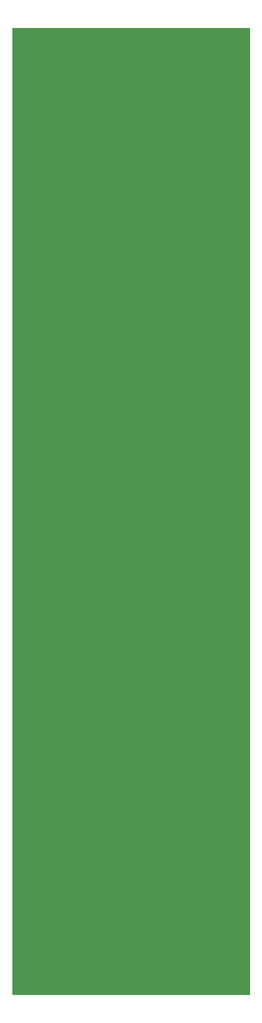
<source format=gtl>
%TF.GenerationSoftware,KiCad,Pcbnew,9.0.0*%
%TF.CreationDate,2025-03-16T11:37:03+01:00*%
%TF.ProjectId,DMH_Transistor_VCA_PANEL,444d485f-5472-4616-9e73-6973746f725f,rev?*%
%TF.SameCoordinates,Original*%
%TF.FileFunction,Copper,L1,Top*%
%TF.FilePolarity,Positive*%
%FSLAX46Y46*%
G04 Gerber Fmt 4.6, Leading zero omitted, Abs format (unit mm)*
G04 Created by KiCad (PCBNEW 9.0.0) date 2025-03-16 11:37:03*
%MOMM*%
%LPD*%
G01*
G04 APERTURE LIST*
%TA.AperFunction,ConnectorPad*%
%ADD10C,12.000000*%
%TD*%
%TA.AperFunction,ComponentPad*%
%ADD11C,0.500000*%
%TD*%
%TA.AperFunction,ComponentPad*%
%ADD12C,4.000000*%
%TD*%
%TA.AperFunction,ComponentPad*%
%ADD13O,2.500000X1.500000*%
%TD*%
G04 APERTURE END LIST*
D10*
%TO.P,H14,1,1*%
%TO.N,GND*%
X63000000Y-186000000D03*
%TD*%
%TO.P,H13,1,1*%
%TO.N,GND*%
X87000000Y-186000000D03*
%TD*%
%TO.P,H7,1,1*%
%TO.N,GND*%
X87000000Y-95250000D03*
%TD*%
%TO.P,H6,1,1*%
%TO.N,GND*%
X63000000Y-95250000D03*
%TD*%
D11*
%TO.P,H9,1,1*%
%TO.N,GND*%
X57300000Y-118000000D03*
X58960000Y-113970000D03*
X58970000Y-122040000D03*
X63000000Y-112300000D03*
D10*
X63000000Y-118000000D03*
D11*
X63000000Y-123700000D03*
X67030000Y-122040000D03*
X67040000Y-113970000D03*
X68700000Y-118000000D03*
%TD*%
D12*
%TO.P,H3,1,1*%
%TO.N,GND*%
X53500000Y-226500000D03*
%TD*%
D11*
%TO.P,H8,1,1*%
%TO.N,GND*%
X52800000Y-50750000D03*
X54460000Y-46720000D03*
X54470000Y-54790000D03*
X58500000Y-45050000D03*
D10*
X58500000Y-50750000D03*
D11*
X58500000Y-56450000D03*
X62530000Y-54790000D03*
X62540000Y-46720000D03*
X64200000Y-50750000D03*
%TD*%
%TO.P,H15,1,1*%
%TO.N,GND*%
X52800000Y-141500000D03*
X54460000Y-137470000D03*
X54470000Y-145540000D03*
X58500000Y-135800000D03*
D10*
X58500000Y-141500000D03*
D11*
X58500000Y-147200000D03*
X62530000Y-145540000D03*
X62540000Y-137470000D03*
X64200000Y-141500000D03*
%TD*%
%TO.P,H17,1,1*%
%TO.N,GND*%
X57300000Y-208750000D03*
X58960000Y-204720000D03*
X58970000Y-212790000D03*
X63000000Y-203050000D03*
D10*
X63000000Y-208750000D03*
D11*
X63000000Y-214450000D03*
X67030000Y-212790000D03*
X67040000Y-204720000D03*
X68700000Y-208750000D03*
%TD*%
%TO.P,H10,1,1*%
%TO.N,GND*%
X81300000Y-118000000D03*
X82960000Y-113970000D03*
X82970000Y-122040000D03*
X87000000Y-112300000D03*
D10*
X87000000Y-118000000D03*
D11*
X87000000Y-123700000D03*
X91030000Y-122040000D03*
X91040000Y-113970000D03*
X92700000Y-118000000D03*
%TD*%
D10*
%TO.P,H5,1,1*%
%TO.N,GND*%
X83000000Y-60000000D03*
D13*
X83000000Y-66000000D03*
%TD*%
D11*
%TO.P,H11,1,1*%
%TO.N,GND*%
X52800000Y-69250000D03*
X54460000Y-65220000D03*
X54470000Y-73290000D03*
X58500000Y-63550000D03*
D10*
X58500000Y-69250000D03*
D11*
X58500000Y-74950000D03*
X62530000Y-73290000D03*
X62540000Y-65220000D03*
X64200000Y-69250000D03*
%TD*%
D12*
%TO.P,H2,1,1*%
%TO.N,GND*%
X96500000Y-33500000D03*
%TD*%
%TO.P,H4,1,1*%
%TO.N,GND*%
X96500000Y-226500000D03*
%TD*%
D11*
%TO.P,H18,1,1*%
%TO.N,GND*%
X81300000Y-208750000D03*
X82960000Y-204720000D03*
X82970000Y-212790000D03*
X87000000Y-203050000D03*
D10*
X87000000Y-208750000D03*
D11*
X87000000Y-214450000D03*
X91030000Y-212790000D03*
X91040000Y-204720000D03*
X92700000Y-208750000D03*
%TD*%
D12*
%TO.P,H1,1,1*%
%TO.N,GND*%
X53500000Y-33500000D03*
%TD*%
D11*
%TO.P,H16,1,1*%
%TO.N,GND*%
X52800000Y-160000000D03*
X54460000Y-155970000D03*
X54470000Y-164040000D03*
X58500000Y-154300000D03*
D10*
X58500000Y-160000000D03*
D11*
X58500000Y-165700000D03*
X62530000Y-164040000D03*
X62540000Y-155970000D03*
X64200000Y-160000000D03*
%TD*%
D10*
%TO.P,H12,1,1*%
%TO.N,GND*%
X83000000Y-150750000D03*
D13*
X83000000Y-156750000D03*
%TD*%
%TA.AperFunction,Conductor*%
%TO.N,GND*%
G36*
X99442539Y-30520185D02*
G01*
X99488294Y-30572989D01*
X99499500Y-30624500D01*
X99499500Y-229375500D01*
X99479815Y-229442539D01*
X99427011Y-229488294D01*
X99375500Y-229499500D01*
X50624500Y-229499500D01*
X50557461Y-229479815D01*
X50511706Y-229427011D01*
X50500500Y-229375500D01*
X50500500Y-208537814D01*
X57599500Y-208537814D01*
X57599500Y-208558097D01*
X57599500Y-208962186D01*
X57632796Y-209385250D01*
X57699182Y-209804398D01*
X57798250Y-210217045D01*
X57798254Y-210217056D01*
X57929385Y-210620641D01*
X57996000Y-210781463D01*
X58091789Y-211012716D01*
X58284450Y-211390835D01*
X58284457Y-211390848D01*
X58284460Y-211390853D01*
X58307375Y-211428246D01*
X58506184Y-211752672D01*
X58506192Y-211752683D01*
X58506198Y-211752692D01*
X58755617Y-212095989D01*
X58755627Y-212096003D01*
X58878919Y-212240358D01*
X59031231Y-212418692D01*
X59331308Y-212718769D01*
X59331314Y-212718774D01*
X59653996Y-212994372D01*
X59654010Y-212994382D01*
X59861749Y-213145313D01*
X59997328Y-213243816D01*
X60125685Y-213322473D01*
X60359146Y-213465539D01*
X60359151Y-213465542D01*
X60359156Y-213465544D01*
X60359165Y-213465550D01*
X60737284Y-213658211D01*
X61129353Y-213820612D01*
X61129358Y-213820614D01*
X61231979Y-213853957D01*
X61532955Y-213951750D01*
X61945602Y-214050818D01*
X62364750Y-214117204D01*
X62787814Y-214150500D01*
X62787822Y-214150500D01*
X63212178Y-214150500D01*
X63212186Y-214150500D01*
X63635250Y-214117204D01*
X64054398Y-214050818D01*
X64467045Y-213951750D01*
X64870647Y-213820612D01*
X65262716Y-213658211D01*
X65640835Y-213465550D01*
X66002672Y-213243816D01*
X66345997Y-212994377D01*
X66668692Y-212718769D01*
X66968769Y-212418692D01*
X67244377Y-212095997D01*
X67493816Y-211752672D01*
X67715550Y-211390835D01*
X67908211Y-211012716D01*
X68070612Y-210620647D01*
X68201750Y-210217045D01*
X68300818Y-209804398D01*
X68367204Y-209385250D01*
X68400500Y-208962186D01*
X68400500Y-208537814D01*
X81599500Y-208537814D01*
X81599500Y-208558097D01*
X81599500Y-208962186D01*
X81632796Y-209385250D01*
X81699182Y-209804398D01*
X81798250Y-210217045D01*
X81798254Y-210217056D01*
X81929385Y-210620641D01*
X81996000Y-210781463D01*
X82091789Y-211012716D01*
X82284450Y-211390835D01*
X82284457Y-211390848D01*
X82284460Y-211390853D01*
X82307375Y-211428246D01*
X82506184Y-211752672D01*
X82506192Y-211752683D01*
X82506198Y-211752692D01*
X82755617Y-212095989D01*
X82755627Y-212096003D01*
X82878919Y-212240358D01*
X83031231Y-212418692D01*
X83331308Y-212718769D01*
X83331314Y-212718774D01*
X83653996Y-212994372D01*
X83654010Y-212994382D01*
X83861749Y-213145313D01*
X83997328Y-213243816D01*
X84125685Y-213322473D01*
X84359146Y-213465539D01*
X84359151Y-213465542D01*
X84359156Y-213465544D01*
X84359165Y-213465550D01*
X84737284Y-213658211D01*
X85129353Y-213820612D01*
X85129358Y-213820614D01*
X85231979Y-213853957D01*
X85532955Y-213951750D01*
X85945602Y-214050818D01*
X86364750Y-214117204D01*
X86787814Y-214150500D01*
X86787822Y-214150500D01*
X87212178Y-214150500D01*
X87212186Y-214150500D01*
X87635250Y-214117204D01*
X88054398Y-214050818D01*
X88467045Y-213951750D01*
X88870647Y-213820612D01*
X89262716Y-213658211D01*
X89640835Y-213465550D01*
X90002672Y-213243816D01*
X90345997Y-212994377D01*
X90668692Y-212718769D01*
X90968769Y-212418692D01*
X91244377Y-212095997D01*
X91493816Y-211752672D01*
X91715550Y-211390835D01*
X91908211Y-211012716D01*
X92070612Y-210620647D01*
X92201750Y-210217045D01*
X92300818Y-209804398D01*
X92367204Y-209385250D01*
X92400500Y-208962186D01*
X92400500Y-208537814D01*
X92367204Y-208114750D01*
X92300818Y-207695602D01*
X92201750Y-207282955D01*
X92070612Y-206879353D01*
X91908211Y-206487284D01*
X91715550Y-206109165D01*
X91715544Y-206109156D01*
X91715542Y-206109151D01*
X91715539Y-206109146D01*
X91493823Y-205747340D01*
X91493816Y-205747328D01*
X91244377Y-205404003D01*
X91244372Y-205403996D01*
X90968774Y-205081314D01*
X90968769Y-205081308D01*
X90668692Y-204781231D01*
X90668685Y-204781225D01*
X90346003Y-204505627D01*
X90345989Y-204505617D01*
X90002692Y-204256198D01*
X90002683Y-204256192D01*
X90002672Y-204256184D01*
X90002659Y-204256176D01*
X89640853Y-204034460D01*
X89640848Y-204034457D01*
X89640838Y-204034452D01*
X89640835Y-204034450D01*
X89262716Y-203841789D01*
X89262702Y-203841783D01*
X88870641Y-203679385D01*
X88583478Y-203586081D01*
X88467045Y-203548250D01*
X88054398Y-203449182D01*
X87635250Y-203382796D01*
X87212191Y-203349500D01*
X87212186Y-203349500D01*
X86787814Y-203349500D01*
X86787808Y-203349500D01*
X86364749Y-203382796D01*
X86364748Y-203382796D01*
X85945607Y-203449181D01*
X85945604Y-203449181D01*
X85945602Y-203449182D01*
X85797817Y-203484661D01*
X85532966Y-203548247D01*
X85532960Y-203548248D01*
X85532955Y-203548250D01*
X85532943Y-203548254D01*
X85129358Y-203679385D01*
X84737297Y-203841783D01*
X84737284Y-203841789D01*
X84359151Y-204034457D01*
X84359146Y-204034460D01*
X83997340Y-204256176D01*
X83997307Y-204256198D01*
X83654010Y-204505617D01*
X83653996Y-204505627D01*
X83331314Y-204781225D01*
X83331300Y-204781238D01*
X83031238Y-205081300D01*
X83031225Y-205081314D01*
X82755627Y-205403996D01*
X82755617Y-205404010D01*
X82506198Y-205747307D01*
X82506176Y-205747340D01*
X82284460Y-206109146D01*
X82284457Y-206109151D01*
X82091789Y-206487284D01*
X82091783Y-206487297D01*
X81929385Y-206879358D01*
X81798254Y-207282943D01*
X81798247Y-207282966D01*
X81699181Y-207695607D01*
X81683000Y-207797774D01*
X81632796Y-208114750D01*
X81599500Y-208537814D01*
X68400500Y-208537814D01*
X68367204Y-208114750D01*
X68300818Y-207695602D01*
X68201750Y-207282955D01*
X68070612Y-206879353D01*
X67908211Y-206487284D01*
X67715550Y-206109165D01*
X67715544Y-206109156D01*
X67715542Y-206109151D01*
X67715539Y-206109146D01*
X67493823Y-205747340D01*
X67493816Y-205747328D01*
X67244377Y-205404003D01*
X67244372Y-205403996D01*
X66968774Y-205081314D01*
X66968769Y-205081308D01*
X66668692Y-204781231D01*
X66668685Y-204781225D01*
X66346003Y-204505627D01*
X66345989Y-204505617D01*
X66002692Y-204256198D01*
X66002683Y-204256192D01*
X66002672Y-204256184D01*
X66002659Y-204256176D01*
X65640853Y-204034460D01*
X65640848Y-204034457D01*
X65640838Y-204034452D01*
X65640835Y-204034450D01*
X65262716Y-203841789D01*
X65262702Y-203841783D01*
X64870641Y-203679385D01*
X64583478Y-203586081D01*
X64467045Y-203548250D01*
X64054398Y-203449182D01*
X63635250Y-203382796D01*
X63212191Y-203349500D01*
X63212186Y-203349500D01*
X62787814Y-203349500D01*
X62787808Y-203349500D01*
X62364749Y-203382796D01*
X62364748Y-203382796D01*
X61945607Y-203449181D01*
X61945604Y-203449181D01*
X61945602Y-203449182D01*
X61797817Y-203484661D01*
X61532966Y-203548247D01*
X61532960Y-203548248D01*
X61532955Y-203548250D01*
X61532943Y-203548254D01*
X61129358Y-203679385D01*
X60737297Y-203841783D01*
X60737284Y-203841789D01*
X60359151Y-204034457D01*
X60359146Y-204034460D01*
X59997340Y-204256176D01*
X59997307Y-204256198D01*
X59654010Y-204505617D01*
X59653996Y-204505627D01*
X59331314Y-204781225D01*
X59331300Y-204781238D01*
X59031238Y-205081300D01*
X59031225Y-205081314D01*
X58755627Y-205403996D01*
X58755617Y-205404010D01*
X58506198Y-205747307D01*
X58506176Y-205747340D01*
X58284460Y-206109146D01*
X58284457Y-206109151D01*
X58091789Y-206487284D01*
X58091783Y-206487297D01*
X57929385Y-206879358D01*
X57798254Y-207282943D01*
X57798247Y-207282966D01*
X57699181Y-207695607D01*
X57683000Y-207797774D01*
X57632796Y-208114750D01*
X57599500Y-208537814D01*
X50500500Y-208537814D01*
X50500500Y-185781669D01*
X57999500Y-185781669D01*
X57999500Y-186218330D01*
X58037557Y-186653320D01*
X58037557Y-186653324D01*
X58113379Y-187083327D01*
X58113383Y-187083344D01*
X58226392Y-187505105D01*
X58375740Y-187915434D01*
X58375746Y-187915449D01*
X58560272Y-188311164D01*
X58560277Y-188311174D01*
X58778603Y-188689326D01*
X58778607Y-188689332D01*
X58778614Y-188689343D01*
X59029057Y-189047013D01*
X59231930Y-189288787D01*
X59309732Y-189381507D01*
X59618493Y-189690268D01*
X59708395Y-189765705D01*
X59952986Y-189970942D01*
X60310656Y-190221385D01*
X60310663Y-190221389D01*
X60310674Y-190221397D01*
X60688826Y-190439723D01*
X60688835Y-190439727D01*
X61084550Y-190624253D01*
X61084555Y-190624255D01*
X61084568Y-190624261D01*
X61494888Y-190773605D01*
X61494889Y-190773605D01*
X61494894Y-190773607D01*
X61627398Y-190809110D01*
X61916663Y-190886619D01*
X62346682Y-190962443D01*
X62781671Y-191000499D01*
X62781672Y-191000500D01*
X62781673Y-191000500D01*
X63218328Y-191000500D01*
X63218328Y-191000499D01*
X63653318Y-190962443D01*
X64083337Y-190886619D01*
X64505112Y-190773605D01*
X64915432Y-190624261D01*
X65311174Y-190439723D01*
X65689326Y-190221397D01*
X66047012Y-189970943D01*
X66381507Y-189690268D01*
X66690268Y-189381507D01*
X66970943Y-189047012D01*
X67221397Y-188689326D01*
X67439723Y-188311174D01*
X67624261Y-187915432D01*
X67773605Y-187505112D01*
X67886619Y-187083337D01*
X67962443Y-186653318D01*
X68000500Y-186218327D01*
X68000500Y-185781673D01*
X68000500Y-185781669D01*
X81999500Y-185781669D01*
X81999500Y-186218330D01*
X82037557Y-186653320D01*
X82037557Y-186653324D01*
X82113379Y-187083327D01*
X82113383Y-187083344D01*
X82226392Y-187505105D01*
X82375740Y-187915434D01*
X82375746Y-187915449D01*
X82560272Y-188311164D01*
X82560277Y-188311174D01*
X82778603Y-188689326D01*
X82778607Y-188689332D01*
X82778614Y-188689343D01*
X83029057Y-189047013D01*
X83231930Y-189288787D01*
X83309732Y-189381507D01*
X83618493Y-189690268D01*
X83708395Y-189765705D01*
X83952986Y-189970942D01*
X84310656Y-190221385D01*
X84310663Y-190221389D01*
X84310674Y-190221397D01*
X84688826Y-190439723D01*
X84688835Y-190439727D01*
X85084550Y-190624253D01*
X85084555Y-190624255D01*
X85084568Y-190624261D01*
X85494888Y-190773605D01*
X85494889Y-190773605D01*
X85494894Y-190773607D01*
X85627398Y-190809110D01*
X85916663Y-190886619D01*
X86346682Y-190962443D01*
X86781671Y-191000499D01*
X86781672Y-191000500D01*
X86781673Y-191000500D01*
X87218328Y-191000500D01*
X87218328Y-191000499D01*
X87653318Y-190962443D01*
X88083337Y-190886619D01*
X88505112Y-190773605D01*
X88915432Y-190624261D01*
X89311174Y-190439723D01*
X89689326Y-190221397D01*
X90047012Y-189970943D01*
X90381507Y-189690268D01*
X90690268Y-189381507D01*
X90970943Y-189047012D01*
X91221397Y-188689326D01*
X91439723Y-188311174D01*
X91624261Y-187915432D01*
X91773605Y-187505112D01*
X91886619Y-187083337D01*
X91962443Y-186653318D01*
X92000500Y-186218327D01*
X92000500Y-185781673D01*
X91962443Y-185346682D01*
X91886619Y-184916663D01*
X91773605Y-184494888D01*
X91624261Y-184084568D01*
X91439723Y-183688826D01*
X91221397Y-183310674D01*
X91221389Y-183310663D01*
X91221385Y-183310656D01*
X90970942Y-182952986D01*
X90690265Y-182618490D01*
X90381509Y-182309734D01*
X90047013Y-182029057D01*
X89689343Y-181778614D01*
X89689332Y-181778607D01*
X89689326Y-181778603D01*
X89576978Y-181713739D01*
X89311180Y-181560280D01*
X89311164Y-181560272D01*
X88915449Y-181375746D01*
X88915434Y-181375740D01*
X88915432Y-181375739D01*
X88761301Y-181319640D01*
X88505105Y-181226392D01*
X88083344Y-181113383D01*
X88083347Y-181113383D01*
X88083337Y-181113381D01*
X88083331Y-181113379D01*
X88083327Y-181113379D01*
X87653322Y-181037557D01*
X87218330Y-180999500D01*
X87218327Y-180999500D01*
X86781673Y-180999500D01*
X86781669Y-180999500D01*
X86346679Y-181037557D01*
X86346675Y-181037557D01*
X85916672Y-181113379D01*
X85916655Y-181113383D01*
X85494894Y-181226392D01*
X85084565Y-181375740D01*
X85084550Y-181375746D01*
X84688835Y-181560272D01*
X84688819Y-181560280D01*
X84310682Y-181778598D01*
X84310656Y-181778614D01*
X83952986Y-182029057D01*
X83618490Y-182309734D01*
X83309734Y-182618490D01*
X83029057Y-182952986D01*
X82778614Y-183310656D01*
X82778598Y-183310682D01*
X82560280Y-183688819D01*
X82560272Y-183688835D01*
X82375746Y-184084550D01*
X82375740Y-184084565D01*
X82226392Y-184494894D01*
X82113383Y-184916655D01*
X82113379Y-184916672D01*
X82037557Y-185346675D01*
X82037557Y-185346679D01*
X81999500Y-185781669D01*
X68000500Y-185781669D01*
X67962443Y-185346682D01*
X67886619Y-184916663D01*
X67773605Y-184494888D01*
X67624261Y-184084568D01*
X67439723Y-183688826D01*
X67221397Y-183310674D01*
X67221389Y-183310663D01*
X67221385Y-183310656D01*
X66970942Y-182952986D01*
X66690265Y-182618490D01*
X66381509Y-182309734D01*
X66047013Y-182029057D01*
X65689343Y-181778614D01*
X65689332Y-181778607D01*
X65689326Y-181778603D01*
X65576978Y-181713739D01*
X65311180Y-181560280D01*
X65311164Y-181560272D01*
X64915449Y-181375746D01*
X64915434Y-181375740D01*
X64915432Y-181375739D01*
X64761301Y-181319640D01*
X64505105Y-181226392D01*
X64083344Y-181113383D01*
X64083347Y-181113383D01*
X64083337Y-181113381D01*
X64083331Y-181113379D01*
X64083327Y-181113379D01*
X63653322Y-181037557D01*
X63218330Y-180999500D01*
X63218327Y-180999500D01*
X62781673Y-180999500D01*
X62781669Y-180999500D01*
X62346679Y-181037557D01*
X62346675Y-181037557D01*
X61916672Y-181113379D01*
X61916655Y-181113383D01*
X61494894Y-181226392D01*
X61084565Y-181375740D01*
X61084550Y-181375746D01*
X60688835Y-181560272D01*
X60688819Y-181560280D01*
X60310682Y-181778598D01*
X60310656Y-181778614D01*
X59952986Y-182029057D01*
X59618490Y-182309734D01*
X59309734Y-182618490D01*
X59029057Y-182952986D01*
X58778614Y-183310656D01*
X58778598Y-183310682D01*
X58560280Y-183688819D01*
X58560272Y-183688835D01*
X58375746Y-184084550D01*
X58375740Y-184084565D01*
X58226392Y-184494894D01*
X58113383Y-184916655D01*
X58113379Y-184916672D01*
X58037557Y-185346675D01*
X58037557Y-185346679D01*
X57999500Y-185781669D01*
X50500500Y-185781669D01*
X50500500Y-159787814D01*
X53099500Y-159787814D01*
X53099500Y-159808097D01*
X53099500Y-160212186D01*
X53132796Y-160635250D01*
X53199182Y-161054398D01*
X53298250Y-161467045D01*
X53298254Y-161467056D01*
X53429385Y-161870641D01*
X53496000Y-162031463D01*
X53591789Y-162262716D01*
X53784450Y-162640835D01*
X53784457Y-162640848D01*
X53784460Y-162640853D01*
X53807375Y-162678246D01*
X54006184Y-163002672D01*
X54006192Y-163002683D01*
X54006198Y-163002692D01*
X54255617Y-163345989D01*
X54255627Y-163346003D01*
X54378919Y-163490358D01*
X54531231Y-163668692D01*
X54831308Y-163968769D01*
X54831314Y-163968774D01*
X55153996Y-164244372D01*
X55154010Y-164244382D01*
X55361749Y-164395313D01*
X55497328Y-164493816D01*
X55625685Y-164572473D01*
X55859146Y-164715539D01*
X55859151Y-164715542D01*
X55859156Y-164715544D01*
X55859165Y-164715550D01*
X56237284Y-164908211D01*
X56629353Y-165070612D01*
X56629358Y-165070614D01*
X56731979Y-165103957D01*
X57032955Y-165201750D01*
X57445602Y-165300818D01*
X57864750Y-165367204D01*
X58287814Y-165400500D01*
X58287822Y-165400500D01*
X58712178Y-165400500D01*
X58712186Y-165400500D01*
X59135250Y-165367204D01*
X59554398Y-165300818D01*
X59967045Y-165201750D01*
X60370647Y-165070612D01*
X60762716Y-164908211D01*
X61140835Y-164715550D01*
X61502672Y-164493816D01*
X61845997Y-164244377D01*
X62168692Y-163968769D01*
X62468769Y-163668692D01*
X62744377Y-163345997D01*
X62993816Y-163002672D01*
X63215550Y-162640835D01*
X63408211Y-162262716D01*
X63570612Y-161870647D01*
X63701750Y-161467045D01*
X63800818Y-161054398D01*
X63867204Y-160635250D01*
X63900500Y-160212186D01*
X63900500Y-159787814D01*
X63867204Y-159364750D01*
X63800818Y-158945602D01*
X63701750Y-158532955D01*
X63570612Y-158129353D01*
X63408211Y-157737284D01*
X63215550Y-157359165D01*
X63215544Y-157359156D01*
X63215542Y-157359151D01*
X63215539Y-157359146D01*
X62993823Y-156997340D01*
X62993816Y-156997328D01*
X62744377Y-156654003D01*
X62744372Y-156653996D01*
X62468774Y-156331314D01*
X62468769Y-156331308D01*
X62168692Y-156031231D01*
X62168685Y-156031225D01*
X61846003Y-155755627D01*
X61845989Y-155755617D01*
X61502692Y-155506198D01*
X61502683Y-155506192D01*
X61502672Y-155506184D01*
X61502659Y-155506176D01*
X61140853Y-155284460D01*
X61140848Y-155284457D01*
X61140838Y-155284452D01*
X61140835Y-155284450D01*
X60762716Y-155091789D01*
X60762702Y-155091783D01*
X60370641Y-154929385D01*
X60083478Y-154836081D01*
X59967045Y-154798250D01*
X59554398Y-154699182D01*
X59135250Y-154632796D01*
X58712191Y-154599500D01*
X58712186Y-154599500D01*
X58287814Y-154599500D01*
X58287808Y-154599500D01*
X57864749Y-154632796D01*
X57864748Y-154632796D01*
X57445607Y-154699181D01*
X57445604Y-154699181D01*
X57445602Y-154699182D01*
X57392324Y-154711973D01*
X57032966Y-154798247D01*
X57032960Y-154798248D01*
X57032955Y-154798250D01*
X57032943Y-154798254D01*
X56629358Y-154929385D01*
X56237297Y-155091783D01*
X56237284Y-155091789D01*
X55859151Y-155284457D01*
X55859146Y-155284460D01*
X55497340Y-155506176D01*
X55497307Y-155506198D01*
X55154010Y-155755617D01*
X55153996Y-155755627D01*
X54831314Y-156031225D01*
X54831300Y-156031238D01*
X54531238Y-156331300D01*
X54531225Y-156331314D01*
X54255627Y-156653996D01*
X54255617Y-156654010D01*
X54006198Y-156997307D01*
X54006176Y-156997340D01*
X53784460Y-157359146D01*
X53784457Y-157359151D01*
X53591789Y-157737284D01*
X53591783Y-157737297D01*
X53429385Y-158129358D01*
X53298254Y-158532943D01*
X53298247Y-158532966D01*
X53199181Y-158945607D01*
X53183000Y-159047774D01*
X53132796Y-159364750D01*
X53099500Y-159787814D01*
X50500500Y-159787814D01*
X50500500Y-150553471D01*
X78999500Y-150553471D01*
X78999500Y-150946528D01*
X79038026Y-151337702D01*
X79114704Y-151723194D01*
X79114707Y-151723205D01*
X79228810Y-152099354D01*
X79379230Y-152462499D01*
X79379232Y-152462504D01*
X79564511Y-152809137D01*
X79564522Y-152809155D01*
X79782887Y-153135960D01*
X79782897Y-153135974D01*
X80032254Y-153439817D01*
X80310182Y-153717745D01*
X80310187Y-153717749D01*
X80310188Y-153717750D01*
X80614031Y-153967107D01*
X80940851Y-154185482D01*
X80940860Y-154185487D01*
X80940862Y-154185488D01*
X81287495Y-154370767D01*
X81287497Y-154370767D01*
X81287503Y-154370771D01*
X81650647Y-154521190D01*
X82026785Y-154635290D01*
X82026791Y-154635291D01*
X82026794Y-154635292D01*
X82026805Y-154635295D01*
X82412297Y-154711973D01*
X82803468Y-154750500D01*
X82803471Y-154750500D01*
X83196529Y-154750500D01*
X83196532Y-154750500D01*
X83587703Y-154711973D01*
X83662748Y-154697045D01*
X83973194Y-154635295D01*
X83973205Y-154635292D01*
X83973205Y-154635291D01*
X83973215Y-154635290D01*
X84349353Y-154521190D01*
X84712497Y-154370771D01*
X85059149Y-154185482D01*
X85385969Y-153967107D01*
X85689812Y-153717750D01*
X85967750Y-153439812D01*
X86217107Y-153135969D01*
X86435482Y-152809149D01*
X86620771Y-152462497D01*
X86771190Y-152099353D01*
X86885290Y-151723215D01*
X86885292Y-151723205D01*
X86885295Y-151723194D01*
X86961973Y-151337702D01*
X87000500Y-150946528D01*
X87000500Y-150553471D01*
X86961973Y-150162297D01*
X86885295Y-149776805D01*
X86885292Y-149776794D01*
X86885291Y-149776791D01*
X86885290Y-149776785D01*
X86771190Y-149400647D01*
X86620771Y-149037503D01*
X86608355Y-149014275D01*
X86435488Y-148690862D01*
X86435487Y-148690860D01*
X86435482Y-148690851D01*
X86217107Y-148364031D01*
X85967750Y-148060188D01*
X85967749Y-148060187D01*
X85967745Y-148060182D01*
X85689817Y-147782254D01*
X85385974Y-147532897D01*
X85385973Y-147532896D01*
X85385969Y-147532893D01*
X85059149Y-147314518D01*
X85059144Y-147314515D01*
X85059137Y-147314511D01*
X84712504Y-147129232D01*
X84712499Y-147129230D01*
X84349354Y-146978810D01*
X83973205Y-146864707D01*
X83973194Y-146864704D01*
X83587702Y-146788026D01*
X83293089Y-146759010D01*
X83196532Y-146749500D01*
X82803468Y-146749500D01*
X82714251Y-146758287D01*
X82412297Y-146788026D01*
X82026805Y-146864704D01*
X82026794Y-146864707D01*
X81650645Y-146978810D01*
X81287500Y-147129230D01*
X81287495Y-147129232D01*
X80940862Y-147314511D01*
X80940844Y-147314522D01*
X80614039Y-147532887D01*
X80614025Y-147532897D01*
X80310182Y-147782254D01*
X80032254Y-148060182D01*
X79782897Y-148364025D01*
X79782887Y-148364039D01*
X79564522Y-148690844D01*
X79564511Y-148690862D01*
X79379232Y-149037495D01*
X79379230Y-149037500D01*
X79228810Y-149400645D01*
X79114707Y-149776794D01*
X79114704Y-149776805D01*
X79038026Y-150162297D01*
X78999500Y-150553471D01*
X50500500Y-150553471D01*
X50500500Y-141287814D01*
X53099500Y-141287814D01*
X53099500Y-141308097D01*
X53099500Y-141712186D01*
X53132796Y-142135250D01*
X53199182Y-142554398D01*
X53298250Y-142967045D01*
X53298254Y-142967056D01*
X53429385Y-143370641D01*
X53496000Y-143531463D01*
X53591789Y-143762716D01*
X53784450Y-144140835D01*
X53784457Y-144140848D01*
X53784460Y-144140853D01*
X53807375Y-144178246D01*
X54006184Y-144502672D01*
X54006192Y-144502683D01*
X54006198Y-144502692D01*
X54255617Y-144845989D01*
X54255627Y-144846003D01*
X54378919Y-144990358D01*
X54531231Y-145168692D01*
X54831308Y-145468769D01*
X54831314Y-145468774D01*
X55153996Y-145744372D01*
X55154010Y-145744382D01*
X55361749Y-145895313D01*
X55497328Y-145993816D01*
X55625685Y-146072473D01*
X55859146Y-146215539D01*
X55859151Y-146215542D01*
X55859156Y-146215544D01*
X55859165Y-146215550D01*
X56237284Y-146408211D01*
X56629353Y-146570612D01*
X56629358Y-146570614D01*
X56731979Y-146603957D01*
X57032955Y-146701750D01*
X57445602Y-146800818D01*
X57864750Y-146867204D01*
X58287814Y-146900500D01*
X58287822Y-146900500D01*
X58712178Y-146900500D01*
X58712186Y-146900500D01*
X59135250Y-146867204D01*
X59554398Y-146800818D01*
X59967045Y-146701750D01*
X60370647Y-146570612D01*
X60762716Y-146408211D01*
X61140835Y-146215550D01*
X61502672Y-145993816D01*
X61845997Y-145744377D01*
X62168692Y-145468769D01*
X62468769Y-145168692D01*
X62744377Y-144845997D01*
X62993816Y-144502672D01*
X63215550Y-144140835D01*
X63408211Y-143762716D01*
X63570612Y-143370647D01*
X63701750Y-142967045D01*
X63800818Y-142554398D01*
X63867204Y-142135250D01*
X63900500Y-141712186D01*
X63900500Y-141287814D01*
X63867204Y-140864750D01*
X63800818Y-140445602D01*
X63701750Y-140032955D01*
X63570612Y-139629353D01*
X63408211Y-139237284D01*
X63215550Y-138859165D01*
X63215544Y-138859156D01*
X63215542Y-138859151D01*
X63215539Y-138859146D01*
X62993823Y-138497340D01*
X62993816Y-138497328D01*
X62744377Y-138154003D01*
X62744372Y-138153996D01*
X62468774Y-137831314D01*
X62468769Y-137831308D01*
X62168692Y-137531231D01*
X62168685Y-137531225D01*
X61846003Y-137255627D01*
X61845989Y-137255617D01*
X61502692Y-137006198D01*
X61502683Y-137006192D01*
X61502672Y-137006184D01*
X61502659Y-137006176D01*
X61140853Y-136784460D01*
X61140848Y-136784457D01*
X61140838Y-136784452D01*
X61140835Y-136784450D01*
X60762716Y-136591789D01*
X60762702Y-136591783D01*
X60370641Y-136429385D01*
X60083478Y-136336081D01*
X59967045Y-136298250D01*
X59554398Y-136199182D01*
X59135250Y-136132796D01*
X58712191Y-136099500D01*
X58712186Y-136099500D01*
X58287814Y-136099500D01*
X58287808Y-136099500D01*
X57864749Y-136132796D01*
X57864748Y-136132796D01*
X57445607Y-136199181D01*
X57445604Y-136199181D01*
X57445602Y-136199182D01*
X57297817Y-136234661D01*
X57032966Y-136298247D01*
X57032960Y-136298248D01*
X57032955Y-136298250D01*
X57032943Y-136298254D01*
X56629358Y-136429385D01*
X56237297Y-136591783D01*
X56237284Y-136591789D01*
X55859151Y-136784457D01*
X55859146Y-136784460D01*
X55497340Y-137006176D01*
X55497307Y-137006198D01*
X55154010Y-137255617D01*
X55153996Y-137255627D01*
X54831314Y-137531225D01*
X54831300Y-137531238D01*
X54531238Y-137831300D01*
X54531225Y-137831314D01*
X54255627Y-138153996D01*
X54255617Y-138154010D01*
X54006198Y-138497307D01*
X54006176Y-138497340D01*
X53784460Y-138859146D01*
X53784457Y-138859151D01*
X53591789Y-139237284D01*
X53591783Y-139237297D01*
X53429385Y-139629358D01*
X53298254Y-140032943D01*
X53298247Y-140032966D01*
X53199181Y-140445607D01*
X53183000Y-140547774D01*
X53132796Y-140864750D01*
X53099500Y-141287814D01*
X50500500Y-141287814D01*
X50500500Y-117787814D01*
X57599500Y-117787814D01*
X57599500Y-117808097D01*
X57599500Y-118212186D01*
X57632796Y-118635250D01*
X57699182Y-119054398D01*
X57798250Y-119467045D01*
X57798254Y-119467056D01*
X57929385Y-119870641D01*
X57996000Y-120031463D01*
X58091789Y-120262716D01*
X58284450Y-120640835D01*
X58284457Y-120640848D01*
X58284460Y-120640853D01*
X58307375Y-120678246D01*
X58506184Y-121002672D01*
X58506192Y-121002683D01*
X58506198Y-121002692D01*
X58755617Y-121345989D01*
X58755627Y-121346003D01*
X58878919Y-121490358D01*
X59031231Y-121668692D01*
X59331308Y-121968769D01*
X59331314Y-121968774D01*
X59653996Y-122244372D01*
X59654010Y-122244382D01*
X59861749Y-122395313D01*
X59997328Y-122493816D01*
X60125685Y-122572473D01*
X60359146Y-122715539D01*
X60359151Y-122715542D01*
X60359156Y-122715544D01*
X60359165Y-122715550D01*
X60737284Y-122908211D01*
X61129353Y-123070612D01*
X61129358Y-123070614D01*
X61231979Y-123103957D01*
X61532955Y-123201750D01*
X61945602Y-123300818D01*
X62364750Y-123367204D01*
X62787814Y-123400500D01*
X62787822Y-123400500D01*
X63212178Y-123400500D01*
X63212186Y-123400500D01*
X63635250Y-123367204D01*
X64054398Y-123300818D01*
X64467045Y-123201750D01*
X64870647Y-123070612D01*
X65262716Y-122908211D01*
X65640835Y-122715550D01*
X66002672Y-122493816D01*
X66345997Y-122244377D01*
X66668692Y-121968769D01*
X66968769Y-121668692D01*
X67244377Y-121345997D01*
X67493816Y-121002672D01*
X67715550Y-120640835D01*
X67908211Y-120262716D01*
X68070612Y-119870647D01*
X68201750Y-119467045D01*
X68300818Y-119054398D01*
X68367204Y-118635250D01*
X68400500Y-118212186D01*
X68400500Y-117787814D01*
X81599500Y-117787814D01*
X81599500Y-117808097D01*
X81599500Y-118212186D01*
X81632796Y-118635250D01*
X81699182Y-119054398D01*
X81798250Y-119467045D01*
X81798254Y-119467056D01*
X81929385Y-119870641D01*
X81996000Y-120031463D01*
X82091789Y-120262716D01*
X82284450Y-120640835D01*
X82284457Y-120640848D01*
X82284460Y-120640853D01*
X82307375Y-120678246D01*
X82506184Y-121002672D01*
X82506192Y-121002683D01*
X82506198Y-121002692D01*
X82755617Y-121345989D01*
X82755627Y-121346003D01*
X82878919Y-121490358D01*
X83031231Y-121668692D01*
X83331308Y-121968769D01*
X83331314Y-121968774D01*
X83653996Y-122244372D01*
X83654010Y-122244382D01*
X83861749Y-122395313D01*
X83997328Y-122493816D01*
X84125685Y-122572473D01*
X84359146Y-122715539D01*
X84359151Y-122715542D01*
X84359156Y-122715544D01*
X84359165Y-122715550D01*
X84737284Y-122908211D01*
X85129353Y-123070612D01*
X85129358Y-123070614D01*
X85231979Y-123103957D01*
X85532955Y-123201750D01*
X85945602Y-123300818D01*
X86364750Y-123367204D01*
X86787814Y-123400500D01*
X86787822Y-123400500D01*
X87212178Y-123400500D01*
X87212186Y-123400500D01*
X87635250Y-123367204D01*
X88054398Y-123300818D01*
X88467045Y-123201750D01*
X88870647Y-123070612D01*
X89262716Y-122908211D01*
X89640835Y-122715550D01*
X90002672Y-122493816D01*
X90345997Y-122244377D01*
X90668692Y-121968769D01*
X90968769Y-121668692D01*
X91244377Y-121345997D01*
X91493816Y-121002672D01*
X91715550Y-120640835D01*
X91908211Y-120262716D01*
X92070612Y-119870647D01*
X92201750Y-119467045D01*
X92300818Y-119054398D01*
X92367204Y-118635250D01*
X92400500Y-118212186D01*
X92400500Y-117787814D01*
X92367204Y-117364750D01*
X92300818Y-116945602D01*
X92201750Y-116532955D01*
X92070612Y-116129353D01*
X91908211Y-115737284D01*
X91715550Y-115359165D01*
X91715544Y-115359156D01*
X91715542Y-115359151D01*
X91715539Y-115359146D01*
X91493823Y-114997340D01*
X91493816Y-114997328D01*
X91244377Y-114654003D01*
X91244372Y-114653996D01*
X90968774Y-114331314D01*
X90968769Y-114331308D01*
X90668692Y-114031231D01*
X90668685Y-114031225D01*
X90346003Y-113755627D01*
X90345989Y-113755617D01*
X90002692Y-113506198D01*
X90002683Y-113506192D01*
X90002672Y-113506184D01*
X90002659Y-113506176D01*
X89640853Y-113284460D01*
X89640848Y-113284457D01*
X89640838Y-113284452D01*
X89640835Y-113284450D01*
X89262716Y-113091789D01*
X89262702Y-113091783D01*
X88870641Y-112929385D01*
X88583478Y-112836081D01*
X88467045Y-112798250D01*
X88054398Y-112699182D01*
X87635250Y-112632796D01*
X87212191Y-112599500D01*
X87212186Y-112599500D01*
X86787814Y-112599500D01*
X86787808Y-112599500D01*
X86364749Y-112632796D01*
X86364748Y-112632796D01*
X85945607Y-112699181D01*
X85945604Y-112699181D01*
X85945602Y-112699182D01*
X85797817Y-112734661D01*
X85532966Y-112798247D01*
X85532960Y-112798248D01*
X85532955Y-112798250D01*
X85532943Y-112798254D01*
X85129358Y-112929385D01*
X84737297Y-113091783D01*
X84737284Y-113091789D01*
X84359151Y-113284457D01*
X84359146Y-113284460D01*
X83997340Y-113506176D01*
X83997307Y-113506198D01*
X83654010Y-113755617D01*
X83653996Y-113755627D01*
X83331314Y-114031225D01*
X83331300Y-114031238D01*
X83031238Y-114331300D01*
X83031225Y-114331314D01*
X82755627Y-114653996D01*
X82755617Y-114654010D01*
X82506198Y-114997307D01*
X82506176Y-114997340D01*
X82284460Y-115359146D01*
X82284457Y-115359151D01*
X82091789Y-115737284D01*
X82091783Y-115737297D01*
X81929385Y-116129358D01*
X81798254Y-116532943D01*
X81798247Y-116532966D01*
X81699181Y-116945607D01*
X81683000Y-117047774D01*
X81632796Y-117364750D01*
X81599500Y-117787814D01*
X68400500Y-117787814D01*
X68367204Y-117364750D01*
X68300818Y-116945602D01*
X68201750Y-116532955D01*
X68070612Y-116129353D01*
X67908211Y-115737284D01*
X67715550Y-115359165D01*
X67715544Y-115359156D01*
X67715542Y-115359151D01*
X67715539Y-115359146D01*
X67493823Y-114997340D01*
X67493816Y-114997328D01*
X67244377Y-114654003D01*
X67244372Y-114653996D01*
X66968774Y-114331314D01*
X66968769Y-114331308D01*
X66668692Y-114031231D01*
X66668685Y-114031225D01*
X66346003Y-113755627D01*
X66345989Y-113755617D01*
X66002692Y-113506198D01*
X66002683Y-113506192D01*
X66002672Y-113506184D01*
X66002659Y-113506176D01*
X65640853Y-113284460D01*
X65640848Y-113284457D01*
X65640838Y-113284452D01*
X65640835Y-113284450D01*
X65262716Y-113091789D01*
X65262702Y-113091783D01*
X64870641Y-112929385D01*
X64583478Y-112836081D01*
X64467045Y-112798250D01*
X64054398Y-112699182D01*
X63635250Y-112632796D01*
X63212191Y-112599500D01*
X63212186Y-112599500D01*
X62787814Y-112599500D01*
X62787808Y-112599500D01*
X62364749Y-112632796D01*
X62364748Y-112632796D01*
X61945607Y-112699181D01*
X61945604Y-112699181D01*
X61945602Y-112699182D01*
X61797817Y-112734661D01*
X61532966Y-112798247D01*
X61532960Y-112798248D01*
X61532955Y-112798250D01*
X61532943Y-112798254D01*
X61129358Y-112929385D01*
X60737297Y-113091783D01*
X60737284Y-113091789D01*
X60359151Y-113284457D01*
X60359146Y-113284460D01*
X59997340Y-113506176D01*
X59997307Y-113506198D01*
X59654010Y-113755617D01*
X59653996Y-113755627D01*
X59331314Y-114031225D01*
X59331300Y-114031238D01*
X59031238Y-114331300D01*
X59031225Y-114331314D01*
X58755627Y-114653996D01*
X58755617Y-114654010D01*
X58506198Y-114997307D01*
X58506176Y-114997340D01*
X58284460Y-115359146D01*
X58284457Y-115359151D01*
X58091789Y-115737284D01*
X58091783Y-115737297D01*
X57929385Y-116129358D01*
X57798254Y-116532943D01*
X57798247Y-116532966D01*
X57699181Y-116945607D01*
X57683000Y-117047774D01*
X57632796Y-117364750D01*
X57599500Y-117787814D01*
X50500500Y-117787814D01*
X50500500Y-95031669D01*
X57999500Y-95031669D01*
X57999500Y-95468330D01*
X58037557Y-95903320D01*
X58037557Y-95903324D01*
X58113379Y-96333327D01*
X58113383Y-96333344D01*
X58226392Y-96755105D01*
X58375740Y-97165434D01*
X58375746Y-97165449D01*
X58560272Y-97561164D01*
X58560277Y-97561174D01*
X58778603Y-97939326D01*
X58778607Y-97939332D01*
X58778614Y-97939343D01*
X59029057Y-98297013D01*
X59231930Y-98538787D01*
X59309732Y-98631507D01*
X59618493Y-98940268D01*
X59708395Y-99015705D01*
X59952986Y-99220942D01*
X60310656Y-99471385D01*
X60310663Y-99471389D01*
X60310674Y-99471397D01*
X60688826Y-99689723D01*
X60688835Y-99689727D01*
X61084550Y-99874253D01*
X61084555Y-99874255D01*
X61084568Y-99874261D01*
X61494888Y-100023605D01*
X61494889Y-100023605D01*
X61494894Y-100023607D01*
X61627398Y-100059110D01*
X61916663Y-100136619D01*
X62346682Y-100212443D01*
X62781671Y-100250499D01*
X62781672Y-100250500D01*
X62781673Y-100250500D01*
X63218328Y-100250500D01*
X63218328Y-100250499D01*
X63653318Y-100212443D01*
X64083337Y-100136619D01*
X64505112Y-100023605D01*
X64915432Y-99874261D01*
X65311174Y-99689723D01*
X65689326Y-99471397D01*
X66047012Y-99220943D01*
X66381507Y-98940268D01*
X66690268Y-98631507D01*
X66970943Y-98297012D01*
X67221397Y-97939326D01*
X67439723Y-97561174D01*
X67624261Y-97165432D01*
X67773605Y-96755112D01*
X67886619Y-96333337D01*
X67962443Y-95903318D01*
X68000500Y-95468327D01*
X68000500Y-95031673D01*
X68000500Y-95031669D01*
X81999500Y-95031669D01*
X81999500Y-95468330D01*
X82037557Y-95903320D01*
X82037557Y-95903324D01*
X82113379Y-96333327D01*
X82113383Y-96333344D01*
X82226392Y-96755105D01*
X82375740Y-97165434D01*
X82375746Y-97165449D01*
X82560272Y-97561164D01*
X82560277Y-97561174D01*
X82778603Y-97939326D01*
X82778607Y-97939332D01*
X82778614Y-97939343D01*
X83029057Y-98297013D01*
X83231930Y-98538787D01*
X83309732Y-98631507D01*
X83618493Y-98940268D01*
X83708395Y-99015705D01*
X83952986Y-99220942D01*
X84310656Y-99471385D01*
X84310663Y-99471389D01*
X84310674Y-99471397D01*
X84688826Y-99689723D01*
X84688835Y-99689727D01*
X85084550Y-99874253D01*
X85084555Y-99874255D01*
X85084568Y-99874261D01*
X85494888Y-100023605D01*
X85494889Y-100023605D01*
X85494894Y-100023607D01*
X85627398Y-100059110D01*
X85916663Y-100136619D01*
X86346682Y-100212443D01*
X86781671Y-100250499D01*
X86781672Y-100250500D01*
X86781673Y-100250500D01*
X87218328Y-100250500D01*
X87218328Y-100250499D01*
X87653318Y-100212443D01*
X88083337Y-100136619D01*
X88505112Y-100023605D01*
X88915432Y-99874261D01*
X89311174Y-99689723D01*
X89689326Y-99471397D01*
X90047012Y-99220943D01*
X90381507Y-98940268D01*
X90690268Y-98631507D01*
X90970943Y-98297012D01*
X91221397Y-97939326D01*
X91439723Y-97561174D01*
X91624261Y-97165432D01*
X91773605Y-96755112D01*
X91886619Y-96333337D01*
X91962443Y-95903318D01*
X92000500Y-95468327D01*
X92000500Y-95031673D01*
X91962443Y-94596682D01*
X91886619Y-94166663D01*
X91773605Y-93744888D01*
X91624261Y-93334568D01*
X91439723Y-92938826D01*
X91221397Y-92560674D01*
X91221389Y-92560663D01*
X91221385Y-92560656D01*
X90970942Y-92202986D01*
X90690265Y-91868490D01*
X90381509Y-91559734D01*
X90047013Y-91279057D01*
X89689343Y-91028614D01*
X89689332Y-91028607D01*
X89689326Y-91028603D01*
X89576978Y-90963739D01*
X89311180Y-90810280D01*
X89311164Y-90810272D01*
X88915449Y-90625746D01*
X88915434Y-90625740D01*
X88915432Y-90625739D01*
X88761301Y-90569640D01*
X88505105Y-90476392D01*
X88083344Y-90363383D01*
X88083347Y-90363383D01*
X88083337Y-90363381D01*
X88083331Y-90363379D01*
X88083327Y-90363379D01*
X87653322Y-90287557D01*
X87218330Y-90249500D01*
X87218327Y-90249500D01*
X86781673Y-90249500D01*
X86781669Y-90249500D01*
X86346679Y-90287557D01*
X86346675Y-90287557D01*
X85916672Y-90363379D01*
X85916655Y-90363383D01*
X85494894Y-90476392D01*
X85084565Y-90625740D01*
X85084550Y-90625746D01*
X84688835Y-90810272D01*
X84688819Y-90810280D01*
X84310682Y-91028598D01*
X84310656Y-91028614D01*
X83952986Y-91279057D01*
X83618490Y-91559734D01*
X83309734Y-91868490D01*
X83029057Y-92202986D01*
X82778614Y-92560656D01*
X82778598Y-92560682D01*
X82560280Y-92938819D01*
X82560272Y-92938835D01*
X82375746Y-93334550D01*
X82375740Y-93334565D01*
X82226392Y-93744894D01*
X82113383Y-94166655D01*
X82113379Y-94166672D01*
X82037557Y-94596675D01*
X82037557Y-94596679D01*
X81999500Y-95031669D01*
X68000500Y-95031669D01*
X67962443Y-94596682D01*
X67886619Y-94166663D01*
X67773605Y-93744888D01*
X67624261Y-93334568D01*
X67439723Y-92938826D01*
X67221397Y-92560674D01*
X67221389Y-92560663D01*
X67221385Y-92560656D01*
X66970942Y-92202986D01*
X66690265Y-91868490D01*
X66381509Y-91559734D01*
X66047013Y-91279057D01*
X65689343Y-91028614D01*
X65689332Y-91028607D01*
X65689326Y-91028603D01*
X65576978Y-90963739D01*
X65311180Y-90810280D01*
X65311164Y-90810272D01*
X64915449Y-90625746D01*
X64915434Y-90625740D01*
X64915432Y-90625739D01*
X64761301Y-90569640D01*
X64505105Y-90476392D01*
X64083344Y-90363383D01*
X64083347Y-90363383D01*
X64083337Y-90363381D01*
X64083331Y-90363379D01*
X64083327Y-90363379D01*
X63653322Y-90287557D01*
X63218330Y-90249500D01*
X63218327Y-90249500D01*
X62781673Y-90249500D01*
X62781669Y-90249500D01*
X62346679Y-90287557D01*
X62346675Y-90287557D01*
X61916672Y-90363379D01*
X61916655Y-90363383D01*
X61494894Y-90476392D01*
X61084565Y-90625740D01*
X61084550Y-90625746D01*
X60688835Y-90810272D01*
X60688819Y-90810280D01*
X60310682Y-91028598D01*
X60310656Y-91028614D01*
X59952986Y-91279057D01*
X59618490Y-91559734D01*
X59309734Y-91868490D01*
X59029057Y-92202986D01*
X58778614Y-92560656D01*
X58778598Y-92560682D01*
X58560280Y-92938819D01*
X58560272Y-92938835D01*
X58375746Y-93334550D01*
X58375740Y-93334565D01*
X58226392Y-93744894D01*
X58113383Y-94166655D01*
X58113379Y-94166672D01*
X58037557Y-94596675D01*
X58037557Y-94596679D01*
X57999500Y-95031669D01*
X50500500Y-95031669D01*
X50500500Y-69037814D01*
X53099500Y-69037814D01*
X53099500Y-69058097D01*
X53099500Y-69462186D01*
X53132796Y-69885250D01*
X53199182Y-70304398D01*
X53298250Y-70717045D01*
X53298254Y-70717056D01*
X53429385Y-71120641D01*
X53496000Y-71281463D01*
X53591789Y-71512716D01*
X53784450Y-71890835D01*
X53784457Y-71890848D01*
X53784460Y-71890853D01*
X53807375Y-71928246D01*
X54006184Y-72252672D01*
X54006192Y-72252683D01*
X54006198Y-72252692D01*
X54255617Y-72595989D01*
X54255627Y-72596003D01*
X54378919Y-72740358D01*
X54531231Y-72918692D01*
X54831308Y-73218769D01*
X54831314Y-73218774D01*
X55153996Y-73494372D01*
X55154010Y-73494382D01*
X55361749Y-73645313D01*
X55497328Y-73743816D01*
X55625685Y-73822473D01*
X55859146Y-73965539D01*
X55859151Y-73965542D01*
X55859156Y-73965544D01*
X55859165Y-73965550D01*
X56237284Y-74158211D01*
X56629353Y-74320612D01*
X56629358Y-74320614D01*
X56731979Y-74353957D01*
X57032955Y-74451750D01*
X57445602Y-74550818D01*
X57864750Y-74617204D01*
X58287814Y-74650500D01*
X58287822Y-74650500D01*
X58712178Y-74650500D01*
X58712186Y-74650500D01*
X59135250Y-74617204D01*
X59554398Y-74550818D01*
X59967045Y-74451750D01*
X60370647Y-74320612D01*
X60762716Y-74158211D01*
X61140835Y-73965550D01*
X61502672Y-73743816D01*
X61845997Y-73494377D01*
X62168692Y-73218769D01*
X62468769Y-72918692D01*
X62744377Y-72595997D01*
X62993816Y-72252672D01*
X63215550Y-71890835D01*
X63408211Y-71512716D01*
X63570612Y-71120647D01*
X63701750Y-70717045D01*
X63800818Y-70304398D01*
X63867204Y-69885250D01*
X63900500Y-69462186D01*
X63900500Y-69037814D01*
X63867204Y-68614750D01*
X63800818Y-68195602D01*
X63701750Y-67782955D01*
X63570612Y-67379353D01*
X63408211Y-66987284D01*
X63215550Y-66609165D01*
X63215544Y-66609156D01*
X63215542Y-66609151D01*
X63215539Y-66609146D01*
X62993823Y-66247340D01*
X62993816Y-66247328D01*
X62744377Y-65904003D01*
X62744372Y-65903996D01*
X62468774Y-65581314D01*
X62468769Y-65581308D01*
X62168692Y-65281231D01*
X62168685Y-65281225D01*
X61846003Y-65005627D01*
X61845989Y-65005617D01*
X61502692Y-64756198D01*
X61502683Y-64756192D01*
X61502672Y-64756184D01*
X61502659Y-64756176D01*
X61140853Y-64534460D01*
X61140848Y-64534457D01*
X61140838Y-64534452D01*
X61140835Y-64534450D01*
X60762716Y-64341789D01*
X60762702Y-64341783D01*
X60370641Y-64179385D01*
X60083478Y-64086081D01*
X59967045Y-64048250D01*
X59554398Y-63949182D01*
X59135250Y-63882796D01*
X58712191Y-63849500D01*
X58712186Y-63849500D01*
X58287814Y-63849500D01*
X58287808Y-63849500D01*
X57864749Y-63882796D01*
X57864748Y-63882796D01*
X57445607Y-63949181D01*
X57445604Y-63949181D01*
X57445602Y-63949182D01*
X57392324Y-63961973D01*
X57032966Y-64048247D01*
X57032960Y-64048248D01*
X57032955Y-64048250D01*
X57032943Y-64048254D01*
X56629358Y-64179385D01*
X56237297Y-64341783D01*
X56237284Y-64341789D01*
X55859151Y-64534457D01*
X55859146Y-64534460D01*
X55497340Y-64756176D01*
X55497307Y-64756198D01*
X55154010Y-65005617D01*
X55153996Y-65005627D01*
X54831314Y-65281225D01*
X54831300Y-65281238D01*
X54531238Y-65581300D01*
X54531225Y-65581314D01*
X54255627Y-65903996D01*
X54255617Y-65904010D01*
X54006198Y-66247307D01*
X54006176Y-66247340D01*
X53784460Y-66609146D01*
X53784457Y-66609151D01*
X53591789Y-66987284D01*
X53591783Y-66987297D01*
X53429385Y-67379358D01*
X53298254Y-67782943D01*
X53298247Y-67782966D01*
X53199181Y-68195607D01*
X53183000Y-68297774D01*
X53132796Y-68614750D01*
X53099500Y-69037814D01*
X50500500Y-69037814D01*
X50500500Y-59803471D01*
X78999500Y-59803471D01*
X78999500Y-60196528D01*
X79038026Y-60587702D01*
X79114704Y-60973194D01*
X79114707Y-60973205D01*
X79228810Y-61349354D01*
X79379230Y-61712499D01*
X79379232Y-61712504D01*
X79564511Y-62059137D01*
X79564522Y-62059155D01*
X79782887Y-62385960D01*
X79782897Y-62385974D01*
X80032254Y-62689817D01*
X80310182Y-62967745D01*
X80310187Y-62967749D01*
X80310188Y-62967750D01*
X80614031Y-63217107D01*
X80940851Y-63435482D01*
X80940860Y-63435487D01*
X80940862Y-63435488D01*
X81287495Y-63620767D01*
X81287497Y-63620767D01*
X81287503Y-63620771D01*
X81650647Y-63771190D01*
X82026785Y-63885290D01*
X82026791Y-63885291D01*
X82026794Y-63885292D01*
X82026805Y-63885295D01*
X82412297Y-63961973D01*
X82803468Y-64000500D01*
X82803471Y-64000500D01*
X83196529Y-64000500D01*
X83196532Y-64000500D01*
X83587703Y-63961973D01*
X83662748Y-63947045D01*
X83973194Y-63885295D01*
X83973205Y-63885292D01*
X83973205Y-63885291D01*
X83973215Y-63885290D01*
X84349353Y-63771190D01*
X84712497Y-63620771D01*
X85059149Y-63435482D01*
X85385969Y-63217107D01*
X85689812Y-62967750D01*
X85967750Y-62689812D01*
X86217107Y-62385969D01*
X86435482Y-62059149D01*
X86620771Y-61712497D01*
X86771190Y-61349353D01*
X86885290Y-60973215D01*
X86885292Y-60973205D01*
X86885295Y-60973194D01*
X86961973Y-60587702D01*
X87000500Y-60196528D01*
X87000500Y-59803471D01*
X86961973Y-59412297D01*
X86885295Y-59026805D01*
X86885292Y-59026794D01*
X86885291Y-59026791D01*
X86885290Y-59026785D01*
X86771190Y-58650647D01*
X86620771Y-58287503D01*
X86608355Y-58264275D01*
X86435488Y-57940862D01*
X86435487Y-57940860D01*
X86435482Y-57940851D01*
X86217107Y-57614031D01*
X85967750Y-57310188D01*
X85967749Y-57310187D01*
X85967745Y-57310182D01*
X85689817Y-57032254D01*
X85385974Y-56782897D01*
X85385973Y-56782896D01*
X85385969Y-56782893D01*
X85059149Y-56564518D01*
X85059144Y-56564515D01*
X85059137Y-56564511D01*
X84712504Y-56379232D01*
X84712499Y-56379230D01*
X84349354Y-56228810D01*
X83973205Y-56114707D01*
X83973194Y-56114704D01*
X83587702Y-56038026D01*
X83293089Y-56009010D01*
X83196532Y-55999500D01*
X82803468Y-55999500D01*
X82714251Y-56008287D01*
X82412297Y-56038026D01*
X82026805Y-56114704D01*
X82026794Y-56114707D01*
X81650645Y-56228810D01*
X81287500Y-56379230D01*
X81287495Y-56379232D01*
X80940862Y-56564511D01*
X80940844Y-56564522D01*
X80614039Y-56782887D01*
X80614025Y-56782897D01*
X80310182Y-57032254D01*
X80032254Y-57310182D01*
X79782897Y-57614025D01*
X79782887Y-57614039D01*
X79564522Y-57940844D01*
X79564511Y-57940862D01*
X79379232Y-58287495D01*
X79379230Y-58287500D01*
X79228810Y-58650645D01*
X79114707Y-59026794D01*
X79114704Y-59026805D01*
X79038026Y-59412297D01*
X78999500Y-59803471D01*
X50500500Y-59803471D01*
X50500500Y-50537814D01*
X53099500Y-50537814D01*
X53099500Y-50558097D01*
X53099500Y-50962186D01*
X53132796Y-51385250D01*
X53199182Y-51804398D01*
X53298250Y-52217045D01*
X53298254Y-52217056D01*
X53429385Y-52620641D01*
X53496000Y-52781463D01*
X53591789Y-53012716D01*
X53784450Y-53390835D01*
X53784457Y-53390848D01*
X53784460Y-53390853D01*
X53807375Y-53428246D01*
X54006184Y-53752672D01*
X54006192Y-53752683D01*
X54006198Y-53752692D01*
X54255617Y-54095989D01*
X54255627Y-54096003D01*
X54378919Y-54240358D01*
X54531231Y-54418692D01*
X54831308Y-54718769D01*
X54831314Y-54718774D01*
X55153996Y-54994372D01*
X55154010Y-54994382D01*
X55361749Y-55145313D01*
X55497328Y-55243816D01*
X55625685Y-55322473D01*
X55859146Y-55465539D01*
X55859151Y-55465542D01*
X55859156Y-55465544D01*
X55859165Y-55465550D01*
X56237284Y-55658211D01*
X56629353Y-55820612D01*
X56629358Y-55820614D01*
X56731979Y-55853957D01*
X57032955Y-55951750D01*
X57445602Y-56050818D01*
X57864750Y-56117204D01*
X58287814Y-56150500D01*
X58287822Y-56150500D01*
X58712178Y-56150500D01*
X58712186Y-56150500D01*
X59135250Y-56117204D01*
X59554398Y-56050818D01*
X59967045Y-55951750D01*
X60370647Y-55820612D01*
X60762716Y-55658211D01*
X61140835Y-55465550D01*
X61502672Y-55243816D01*
X61845997Y-54994377D01*
X62168692Y-54718769D01*
X62468769Y-54418692D01*
X62744377Y-54095997D01*
X62993816Y-53752672D01*
X63215550Y-53390835D01*
X63408211Y-53012716D01*
X63570612Y-52620647D01*
X63701750Y-52217045D01*
X63800818Y-51804398D01*
X63867204Y-51385250D01*
X63900500Y-50962186D01*
X63900500Y-50537814D01*
X63867204Y-50114750D01*
X63800818Y-49695602D01*
X63701750Y-49282955D01*
X63570612Y-48879353D01*
X63408211Y-48487284D01*
X63215550Y-48109165D01*
X63215544Y-48109156D01*
X63215542Y-48109151D01*
X63215539Y-48109146D01*
X62993823Y-47747340D01*
X62993816Y-47747328D01*
X62744377Y-47404003D01*
X62744372Y-47403996D01*
X62468774Y-47081314D01*
X62468769Y-47081308D01*
X62168692Y-46781231D01*
X62168685Y-46781225D01*
X61846003Y-46505627D01*
X61845989Y-46505617D01*
X61502692Y-46256198D01*
X61502683Y-46256192D01*
X61502672Y-46256184D01*
X61502659Y-46256176D01*
X61140853Y-46034460D01*
X61140848Y-46034457D01*
X61140838Y-46034452D01*
X61140835Y-46034450D01*
X60762716Y-45841789D01*
X60762702Y-45841783D01*
X60370641Y-45679385D01*
X60083478Y-45586081D01*
X59967045Y-45548250D01*
X59554398Y-45449182D01*
X59135250Y-45382796D01*
X58712191Y-45349500D01*
X58712186Y-45349500D01*
X58287814Y-45349500D01*
X58287808Y-45349500D01*
X57864749Y-45382796D01*
X57864748Y-45382796D01*
X57445607Y-45449181D01*
X57445604Y-45449181D01*
X57445602Y-45449182D01*
X57297817Y-45484661D01*
X57032966Y-45548247D01*
X57032960Y-45548248D01*
X57032955Y-45548250D01*
X57032943Y-45548254D01*
X56629358Y-45679385D01*
X56237297Y-45841783D01*
X56237284Y-45841789D01*
X55859151Y-46034457D01*
X55859146Y-46034460D01*
X55497340Y-46256176D01*
X55497307Y-46256198D01*
X55154010Y-46505617D01*
X55153996Y-46505627D01*
X54831314Y-46781225D01*
X54831300Y-46781238D01*
X54531238Y-47081300D01*
X54531225Y-47081314D01*
X54255627Y-47403996D01*
X54255617Y-47404010D01*
X54006198Y-47747307D01*
X54006176Y-47747340D01*
X53784460Y-48109146D01*
X53784457Y-48109151D01*
X53591789Y-48487284D01*
X53591783Y-48487297D01*
X53429385Y-48879358D01*
X53298254Y-49282943D01*
X53298247Y-49282966D01*
X53199181Y-49695607D01*
X53183000Y-49797774D01*
X53132796Y-50114750D01*
X53099500Y-50537814D01*
X50500500Y-50537814D01*
X50500500Y-30624500D01*
X50520185Y-30557461D01*
X50572989Y-30511706D01*
X50624500Y-30500500D01*
X99375500Y-30500500D01*
X99442539Y-30520185D01*
G37*
%TD.AperFunction*%
%TD*%
M02*

</source>
